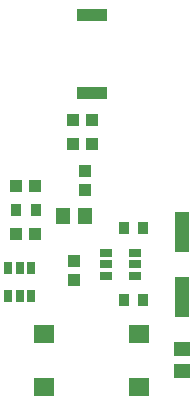
<source format=gtp>
G04*
G04 #@! TF.GenerationSoftware,Altium Limited,Altium Designer,19.0.10 (269)*
G04*
G04 Layer_Color=8421504*
%FSLAX25Y25*%
%MOIN*%
G70*
G01*
G75*
%ADD18R,0.10000X0.04000*%
%ADD19R,0.03543X0.03937*%
%ADD20R,0.04528X0.05315*%
%ADD21R,0.03937X0.03937*%
%ADD22R,0.07087X0.06299*%
%ADD23R,0.02559X0.04331*%
%ADD24R,0.04724X0.13780*%
%ADD25R,0.04331X0.02559*%
%ADD26R,0.03937X0.03937*%
%ADD27R,0.05315X0.04528*%
D18*
X40000Y133000D02*
D03*
Y107000D02*
D03*
D19*
X57150Y62000D02*
D03*
X50850D02*
D03*
X14654Y68000D02*
D03*
X21347D02*
D03*
X50850Y38000D02*
D03*
X57150D02*
D03*
D20*
X30358Y66000D02*
D03*
X37642D02*
D03*
D21*
X33701Y90000D02*
D03*
X40000D02*
D03*
Y98000D02*
D03*
X33701D02*
D03*
X14850Y76000D02*
D03*
X21150D02*
D03*
X14850Y60000D02*
D03*
X21150D02*
D03*
D22*
X24252Y26858D02*
D03*
X55748D02*
D03*
X24252Y9142D02*
D03*
X55748D02*
D03*
D23*
X12260Y39276D02*
D03*
X16000D02*
D03*
X19740D02*
D03*
Y48724D02*
D03*
X16000D02*
D03*
X12260D02*
D03*
D24*
X70000Y60827D02*
D03*
Y39173D02*
D03*
D25*
X44917Y53740D02*
D03*
Y50000D02*
D03*
Y46260D02*
D03*
X54366D02*
D03*
Y50000D02*
D03*
Y53740D02*
D03*
D26*
X37642Y74850D02*
D03*
Y81150D02*
D03*
X34000Y44850D02*
D03*
Y51150D02*
D03*
D27*
X70000Y21642D02*
D03*
Y14358D02*
D03*
M02*

</source>
